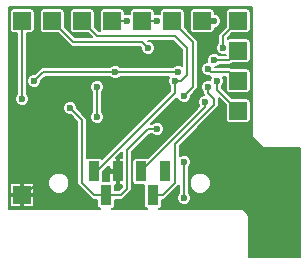
<source format=gbr>
G04 #@! TF.FileFunction,Copper,L1,Top,Signal*
%FSLAX46Y46*%
G04 Gerber Fmt 4.6, Leading zero omitted, Abs format (unit mm)*
G04 Created by KiCad (PCBNEW 4.0.7) date 04/27/18 14:22:45*
%MOMM*%
%LPD*%
G01*
G04 APERTURE LIST*
%ADD10C,0.150000*%
%ADD11R,0.900000X1.700000*%
%ADD12R,1.500000X1.500000*%
%ADD13C,0.600000*%
%ADD14C,0.200000*%
G04 APERTURE END LIST*
D10*
D11*
X115824000Y-124492000D03*
X116824000Y-126492000D03*
X117824000Y-124492000D03*
X119824000Y-124492000D03*
X120824000Y-126492000D03*
X121824000Y-124492000D03*
D12*
X109728000Y-111760000D03*
X114808000Y-111760000D03*
X119888000Y-111760000D03*
X124968000Y-111760000D03*
X128016000Y-119380000D03*
X112268000Y-111760000D03*
X128016000Y-116840000D03*
X128016000Y-111760000D03*
X128016000Y-114300000D03*
X117348000Y-111760000D03*
X122428000Y-111760000D03*
X109728000Y-126492000D03*
D13*
X113792000Y-119126000D03*
X121158000Y-120904000D03*
X110998000Y-125476000D03*
X117094000Y-124460000D03*
X122682000Y-126492000D03*
X123444000Y-123698000D03*
X123444000Y-126746000D03*
X109728000Y-118364000D03*
X122682000Y-116840000D03*
X121158000Y-111760000D03*
X125984000Y-111760000D03*
X126238000Y-116840000D03*
X120396000Y-114046000D03*
X125476000Y-115824000D03*
X126746000Y-114046000D03*
X125984000Y-115062000D03*
X118618000Y-111760000D03*
X123444000Y-118110000D03*
X125222000Y-118618000D03*
X125476000Y-117348000D03*
X110744000Y-116840000D03*
X117602000Y-116078000D03*
X122936000Y-116078000D03*
X116078000Y-119888000D03*
X116078000Y-117348000D03*
D14*
X116824000Y-126492000D02*
X115824000Y-126492000D01*
X114808000Y-120142000D02*
X113792000Y-119126000D01*
X114808000Y-125476000D02*
X114808000Y-120142000D01*
X115824000Y-126492000D02*
X114808000Y-125476000D01*
X118110000Y-126492000D02*
X116824000Y-126492000D01*
X118618000Y-125984000D02*
X118110000Y-126492000D01*
X118618000Y-122682000D02*
X118618000Y-125984000D01*
X120396000Y-120904000D02*
X118618000Y-122682000D01*
X121158000Y-120904000D02*
X120396000Y-120904000D01*
X109728000Y-126492000D02*
X109982000Y-126492000D01*
X109982000Y-126492000D02*
X110998000Y-125476000D01*
X117824000Y-124492000D02*
X117126000Y-124492000D01*
X117126000Y-124492000D02*
X117094000Y-124460000D01*
X123444000Y-126746000D02*
X123444000Y-123698000D01*
X109728000Y-118364000D02*
X109728000Y-111760000D01*
X122682000Y-116840000D02*
X123190000Y-116840000D01*
X116078000Y-113030000D02*
X114808000Y-111760000D01*
X122682000Y-113030000D02*
X116078000Y-113030000D01*
X123698000Y-114046000D02*
X122682000Y-113030000D01*
X123698000Y-116332000D02*
X123698000Y-114046000D01*
X123190000Y-116840000D02*
X123698000Y-116332000D01*
X115824000Y-124492000D02*
X116046000Y-124492000D01*
X116046000Y-124492000D02*
X122682000Y-117856000D01*
X122682000Y-117856000D02*
X122682000Y-116840000D01*
X121158000Y-111760000D02*
X119888000Y-111760000D01*
X125984000Y-111760000D02*
X124968000Y-111760000D01*
X126238000Y-117602000D02*
X128016000Y-119380000D01*
X126238000Y-116840000D02*
X126238000Y-117602000D01*
X114046000Y-113538000D02*
X112268000Y-111760000D01*
X119888000Y-113538000D02*
X114046000Y-113538000D01*
X120396000Y-114046000D02*
X119888000Y-113538000D01*
X127254000Y-116078000D02*
X128016000Y-116840000D01*
X125730000Y-116078000D02*
X127254000Y-116078000D01*
X125476000Y-115824000D02*
X125730000Y-116078000D01*
X128016000Y-111760000D02*
X126746000Y-113030000D01*
X126746000Y-113030000D02*
X126746000Y-114046000D01*
X127254000Y-115062000D02*
X128016000Y-114300000D01*
X125984000Y-115062000D02*
X127254000Y-115062000D01*
X118618000Y-111760000D02*
X117348000Y-111760000D01*
X123698000Y-113030000D02*
X124206000Y-113538000D01*
X122428000Y-111760000D02*
X123698000Y-113030000D01*
X124206000Y-117348000D02*
X123444000Y-118110000D01*
X124206000Y-113538000D02*
X124206000Y-117348000D01*
X119824000Y-124466312D02*
X124714000Y-119576312D01*
X125222000Y-119068312D02*
X124714000Y-119576312D01*
X125222000Y-118618000D02*
X125222000Y-119068312D01*
X119824000Y-124492000D02*
X119824000Y-124466312D01*
X119824000Y-124492000D02*
X119824000Y-124270000D01*
X125476000Y-119380000D02*
X125984000Y-118872000D01*
X121666000Y-126492000D02*
X120824000Y-126492000D01*
X122682000Y-125476000D02*
X122682000Y-122174000D01*
X121666000Y-126492000D02*
X122682000Y-125476000D01*
X122682000Y-122174000D02*
X125476000Y-119380000D01*
X125476000Y-117856000D02*
X125476000Y-117348000D01*
X125984000Y-118364000D02*
X125476000Y-117856000D01*
X125984000Y-118872000D02*
X125984000Y-118364000D01*
X117602000Y-116078000D02*
X111506000Y-116078000D01*
X111506000Y-116078000D02*
X110744000Y-116840000D01*
X122936000Y-116078000D02*
X117602000Y-116078000D01*
X116078000Y-117348000D02*
X116078000Y-119888000D01*
G36*
X129165000Y-121412000D02*
X129193545Y-121555507D01*
X129274835Y-121677165D01*
X130036835Y-122439165D01*
X130158494Y-122520455D01*
X130302000Y-122549000D01*
X133229000Y-122549000D01*
X133229000Y-131705000D01*
X128899000Y-131705000D01*
X128899000Y-128270000D01*
X128877022Y-128159507D01*
X128870455Y-128126493D01*
X128789165Y-128004835D01*
X128535165Y-127750835D01*
X128413507Y-127669545D01*
X128270000Y-127641000D01*
X121310547Y-127641000D01*
X121385173Y-127626958D01*
X121487279Y-127561255D01*
X121555778Y-127461003D01*
X121579877Y-127342000D01*
X121579877Y-126892000D01*
X121666000Y-126892000D01*
X121819074Y-126861552D01*
X121948843Y-126774843D01*
X122964843Y-125758843D01*
X123044000Y-125640376D01*
X123044000Y-126297513D01*
X122935641Y-126405683D01*
X122844104Y-126626129D01*
X122843896Y-126864824D01*
X122935048Y-127085429D01*
X123103683Y-127254359D01*
X123324129Y-127345896D01*
X123562824Y-127346104D01*
X123783429Y-127254952D01*
X123952359Y-127086317D01*
X124043896Y-126865871D01*
X124044104Y-126627176D01*
X123952952Y-126406571D01*
X123844000Y-126297428D01*
X123844000Y-125670236D01*
X123923844Y-125670236D01*
X124060572Y-126001143D01*
X124313525Y-126254538D01*
X124644194Y-126391843D01*
X125002236Y-126392156D01*
X125333143Y-126255428D01*
X125586538Y-126002475D01*
X125723843Y-125671806D01*
X125724156Y-125313764D01*
X125587428Y-124982857D01*
X125334475Y-124729462D01*
X125003806Y-124592157D01*
X124645764Y-124591844D01*
X124314857Y-124728572D01*
X124061462Y-124981525D01*
X123924157Y-125312194D01*
X123923844Y-125670236D01*
X123844000Y-125670236D01*
X123844000Y-124146487D01*
X123952359Y-124038317D01*
X124043896Y-123817871D01*
X124044104Y-123579176D01*
X123952952Y-123358571D01*
X123784317Y-123189641D01*
X123563871Y-123098104D01*
X123325176Y-123097896D01*
X123104571Y-123189048D01*
X123082000Y-123211580D01*
X123082000Y-122339686D01*
X125758840Y-119662845D01*
X125758843Y-119662843D01*
X126266840Y-119154845D01*
X126266843Y-119154843D01*
X126353552Y-119025073D01*
X126384000Y-118872000D01*
X126384000Y-118364000D01*
X126371507Y-118301193D01*
X126960123Y-118889809D01*
X126960123Y-120130000D01*
X126981042Y-120241173D01*
X127046745Y-120343279D01*
X127146997Y-120411778D01*
X127266000Y-120435877D01*
X128766000Y-120435877D01*
X128877173Y-120414958D01*
X128979279Y-120349255D01*
X129047778Y-120249003D01*
X129071877Y-120130000D01*
X129071877Y-118630000D01*
X129050958Y-118518827D01*
X128985255Y-118416721D01*
X128885003Y-118348222D01*
X128766000Y-118324123D01*
X127525809Y-118324123D01*
X126638000Y-117436314D01*
X126638000Y-117288487D01*
X126746359Y-117180317D01*
X126837896Y-116959871D01*
X126838104Y-116721176D01*
X126746952Y-116500571D01*
X126724420Y-116478000D01*
X126960123Y-116478000D01*
X126960123Y-117590000D01*
X126981042Y-117701173D01*
X127046745Y-117803279D01*
X127146997Y-117871778D01*
X127266000Y-117895877D01*
X128766000Y-117895877D01*
X128877173Y-117874958D01*
X128979279Y-117809255D01*
X129047778Y-117709003D01*
X129071877Y-117590000D01*
X129071877Y-116090000D01*
X129050958Y-115978827D01*
X128985255Y-115876721D01*
X128885003Y-115808222D01*
X128766000Y-115784123D01*
X127520329Y-115784123D01*
X127407074Y-115708448D01*
X127254000Y-115678000D01*
X126064875Y-115678000D01*
X126058291Y-115662065D01*
X126102824Y-115662104D01*
X126323429Y-115570952D01*
X126432572Y-115462000D01*
X127254000Y-115462000D01*
X127407074Y-115431552D01*
X127520329Y-115355877D01*
X128766000Y-115355877D01*
X128877173Y-115334958D01*
X128979279Y-115269255D01*
X129047778Y-115169003D01*
X129071877Y-115050000D01*
X129071877Y-113550000D01*
X129050958Y-113438827D01*
X128985255Y-113336721D01*
X128885003Y-113268222D01*
X128766000Y-113244123D01*
X127266000Y-113244123D01*
X127154827Y-113265042D01*
X127146000Y-113270722D01*
X127146000Y-113195686D01*
X127525809Y-112815877D01*
X128766000Y-112815877D01*
X128877173Y-112794958D01*
X128979279Y-112729255D01*
X129047778Y-112629003D01*
X129071877Y-112510000D01*
X129071877Y-111010000D01*
X129050958Y-110898827D01*
X128985255Y-110796721D01*
X128885003Y-110728222D01*
X128766000Y-110704123D01*
X127266000Y-110704123D01*
X127154827Y-110725042D01*
X127052721Y-110790745D01*
X126984222Y-110890997D01*
X126960123Y-111010000D01*
X126960123Y-112250191D01*
X126463157Y-112747157D01*
X126376448Y-112876926D01*
X126376448Y-112876927D01*
X126346000Y-113030000D01*
X126346000Y-113597513D01*
X126237641Y-113705683D01*
X126146104Y-113926129D01*
X126145896Y-114164824D01*
X126237048Y-114385429D01*
X126405683Y-114554359D01*
X126626129Y-114645896D01*
X126864824Y-114646104D01*
X126960123Y-114606727D01*
X126960123Y-114662000D01*
X126432487Y-114662000D01*
X126324317Y-114553641D01*
X126103871Y-114462104D01*
X125865176Y-114461896D01*
X125644571Y-114553048D01*
X125475641Y-114721683D01*
X125384104Y-114942129D01*
X125383896Y-115180824D01*
X125401709Y-115223935D01*
X125357176Y-115223896D01*
X125136571Y-115315048D01*
X124967641Y-115483683D01*
X124876104Y-115704129D01*
X124875896Y-115942824D01*
X124967048Y-116163429D01*
X125135683Y-116332359D01*
X125356129Y-116423896D01*
X125541764Y-116424058D01*
X125576926Y-116447552D01*
X125730000Y-116478000D01*
X125751362Y-116478000D01*
X125729641Y-116499683D01*
X125638104Y-116720129D01*
X125638064Y-116765624D01*
X125595871Y-116748104D01*
X125357176Y-116747896D01*
X125136571Y-116839048D01*
X124967641Y-117007683D01*
X124876104Y-117228129D01*
X124875896Y-117466824D01*
X124967048Y-117687429D01*
X125076000Y-117796572D01*
X125076000Y-117856000D01*
X125106448Y-118009074D01*
X125112348Y-118017904D01*
X125103176Y-118017896D01*
X124882571Y-118109048D01*
X124713641Y-118277683D01*
X124622104Y-118498129D01*
X124621896Y-118736824D01*
X124713048Y-118957429D01*
X124740099Y-118984527D01*
X124431157Y-119293469D01*
X124431155Y-119293472D01*
X120369220Y-123355406D01*
X120274000Y-123336123D01*
X119374000Y-123336123D01*
X119262827Y-123357042D01*
X119160721Y-123422745D01*
X119092222Y-123522997D01*
X119068123Y-123642000D01*
X119068123Y-125342000D01*
X119089042Y-125453173D01*
X119154745Y-125555279D01*
X119254997Y-125623778D01*
X119374000Y-125647877D01*
X120068123Y-125647877D01*
X120068123Y-127342000D01*
X120089042Y-127453173D01*
X120154745Y-127555279D01*
X120254997Y-127623778D01*
X120340041Y-127641000D01*
X117310547Y-127641000D01*
X117385173Y-127626958D01*
X117487279Y-127561255D01*
X117555778Y-127461003D01*
X117579877Y-127342000D01*
X117579877Y-126892000D01*
X118110000Y-126892000D01*
X118263074Y-126861552D01*
X118392843Y-126774843D01*
X118900840Y-126266845D01*
X118900843Y-126266843D01*
X118987552Y-126137073D01*
X119018000Y-125984000D01*
X119018000Y-122847686D01*
X120561686Y-121304000D01*
X120709513Y-121304000D01*
X120817683Y-121412359D01*
X121038129Y-121503896D01*
X121276824Y-121504104D01*
X121497429Y-121412952D01*
X121666359Y-121244317D01*
X121757896Y-121023871D01*
X121758104Y-120785176D01*
X121666952Y-120564571D01*
X121498317Y-120395641D01*
X121277871Y-120304104D01*
X121039176Y-120303896D01*
X120818571Y-120395048D01*
X120709428Y-120504000D01*
X120599686Y-120504000D01*
X122852950Y-118250736D01*
X122935048Y-118449429D01*
X123103683Y-118618359D01*
X123324129Y-118709896D01*
X123562824Y-118710104D01*
X123783429Y-118618952D01*
X123952359Y-118450317D01*
X124043896Y-118229871D01*
X124044030Y-118075656D01*
X124488843Y-117630843D01*
X124575552Y-117501074D01*
X124606001Y-117348000D01*
X124606000Y-117347995D01*
X124606000Y-113538000D01*
X124575552Y-113384927D01*
X124488843Y-113255157D01*
X124488840Y-113255155D01*
X123980843Y-112747157D01*
X123483877Y-112250191D01*
X123483877Y-111010000D01*
X123912123Y-111010000D01*
X123912123Y-112510000D01*
X123933042Y-112621173D01*
X123998745Y-112723279D01*
X124098997Y-112791778D01*
X124218000Y-112815877D01*
X125718000Y-112815877D01*
X125829173Y-112794958D01*
X125931279Y-112729255D01*
X125999778Y-112629003D01*
X126023877Y-112510000D01*
X126023877Y-112360035D01*
X126102824Y-112360104D01*
X126323429Y-112268952D01*
X126492359Y-112100317D01*
X126583896Y-111879871D01*
X126584104Y-111641176D01*
X126492952Y-111420571D01*
X126324317Y-111251641D01*
X126103871Y-111160104D01*
X126023877Y-111160034D01*
X126023877Y-111010000D01*
X126002958Y-110898827D01*
X125937255Y-110796721D01*
X125837003Y-110728222D01*
X125718000Y-110704123D01*
X124218000Y-110704123D01*
X124106827Y-110725042D01*
X124004721Y-110790745D01*
X123936222Y-110890997D01*
X123912123Y-111010000D01*
X123483877Y-111010000D01*
X123462958Y-110898827D01*
X123397255Y-110796721D01*
X123297003Y-110728222D01*
X123178000Y-110704123D01*
X121678000Y-110704123D01*
X121566827Y-110725042D01*
X121464721Y-110790745D01*
X121396222Y-110890997D01*
X121372123Y-111010000D01*
X121372123Y-111199241D01*
X121277871Y-111160104D01*
X121039176Y-111159896D01*
X120943877Y-111199273D01*
X120943877Y-111010000D01*
X120922958Y-110898827D01*
X120857255Y-110796721D01*
X120757003Y-110728222D01*
X120638000Y-110704123D01*
X119138000Y-110704123D01*
X119026827Y-110725042D01*
X118924721Y-110790745D01*
X118856222Y-110890997D01*
X118832123Y-111010000D01*
X118832123Y-111199241D01*
X118737871Y-111160104D01*
X118499176Y-111159896D01*
X118403877Y-111199273D01*
X118403877Y-111010000D01*
X118382958Y-110898827D01*
X118317255Y-110796721D01*
X118217003Y-110728222D01*
X118098000Y-110704123D01*
X116598000Y-110704123D01*
X116486827Y-110725042D01*
X116384721Y-110790745D01*
X116316222Y-110890997D01*
X116292123Y-111010000D01*
X116292123Y-112510000D01*
X116313042Y-112621173D01*
X116318722Y-112630000D01*
X116243686Y-112630000D01*
X115863877Y-112250191D01*
X115863877Y-111010000D01*
X115842958Y-110898827D01*
X115777255Y-110796721D01*
X115677003Y-110728222D01*
X115558000Y-110704123D01*
X114058000Y-110704123D01*
X113946827Y-110725042D01*
X113844721Y-110790745D01*
X113776222Y-110890997D01*
X113752123Y-111010000D01*
X113752123Y-112510000D01*
X113773042Y-112621173D01*
X113838745Y-112723279D01*
X113938997Y-112791778D01*
X114058000Y-112815877D01*
X115298191Y-112815877D01*
X115620314Y-113138000D01*
X114211686Y-113138000D01*
X113323877Y-112250191D01*
X113323877Y-111010000D01*
X113302958Y-110898827D01*
X113237255Y-110796721D01*
X113137003Y-110728222D01*
X113018000Y-110704123D01*
X111518000Y-110704123D01*
X111406827Y-110725042D01*
X111304721Y-110790745D01*
X111236222Y-110890997D01*
X111212123Y-111010000D01*
X111212123Y-112510000D01*
X111233042Y-112621173D01*
X111298745Y-112723279D01*
X111398997Y-112791778D01*
X111518000Y-112815877D01*
X112758191Y-112815877D01*
X113763157Y-113820843D01*
X113892926Y-113907552D01*
X114046000Y-113938001D01*
X114046005Y-113938000D01*
X119722314Y-113938000D01*
X119796029Y-114011715D01*
X119795896Y-114164824D01*
X119887048Y-114385429D01*
X120055683Y-114554359D01*
X120276129Y-114645896D01*
X120514824Y-114646104D01*
X120735429Y-114554952D01*
X120904359Y-114386317D01*
X120995896Y-114165871D01*
X120996104Y-113927176D01*
X120904952Y-113706571D01*
X120736317Y-113537641D01*
X120515871Y-113446104D01*
X120361655Y-113445970D01*
X120345686Y-113430000D01*
X122516314Y-113430000D01*
X123298000Y-114211686D01*
X123298000Y-115591362D01*
X123276317Y-115569641D01*
X123055871Y-115478104D01*
X122817176Y-115477896D01*
X122596571Y-115569048D01*
X122487428Y-115678000D01*
X118050487Y-115678000D01*
X117942317Y-115569641D01*
X117721871Y-115478104D01*
X117483176Y-115477896D01*
X117262571Y-115569048D01*
X117153428Y-115678000D01*
X111506005Y-115678000D01*
X111506000Y-115677999D01*
X111352926Y-115708448D01*
X111223157Y-115795157D01*
X110778285Y-116240029D01*
X110625176Y-116239896D01*
X110404571Y-116331048D01*
X110235641Y-116499683D01*
X110144104Y-116720129D01*
X110143896Y-116958824D01*
X110235048Y-117179429D01*
X110403683Y-117348359D01*
X110624129Y-117439896D01*
X110862824Y-117440104D01*
X111083429Y-117348952D01*
X111252359Y-117180317D01*
X111343896Y-116959871D01*
X111344030Y-116805656D01*
X111671686Y-116478000D01*
X117153513Y-116478000D01*
X117261683Y-116586359D01*
X117482129Y-116677896D01*
X117720824Y-116678104D01*
X117941429Y-116586952D01*
X118050572Y-116478000D01*
X122195362Y-116478000D01*
X122173641Y-116499683D01*
X122082104Y-116720129D01*
X122081896Y-116958824D01*
X122173048Y-117179429D01*
X122282000Y-117288572D01*
X122282000Y-117690314D01*
X116512964Y-123459350D01*
X116493255Y-123428721D01*
X116393003Y-123360222D01*
X116274000Y-123336123D01*
X115374000Y-123336123D01*
X115262827Y-123357042D01*
X115208000Y-123392322D01*
X115208000Y-120142000D01*
X115205613Y-120130000D01*
X115177552Y-119988926D01*
X115090843Y-119859157D01*
X114391971Y-119160285D01*
X114392104Y-119007176D01*
X114300952Y-118786571D01*
X114132317Y-118617641D01*
X113911871Y-118526104D01*
X113673176Y-118525896D01*
X113452571Y-118617048D01*
X113283641Y-118785683D01*
X113192104Y-119006129D01*
X113191896Y-119244824D01*
X113283048Y-119465429D01*
X113451683Y-119634359D01*
X113672129Y-119725896D01*
X113826344Y-119726030D01*
X114408000Y-120307686D01*
X114408000Y-125476000D01*
X114438448Y-125629074D01*
X114525157Y-125758843D01*
X115541157Y-126774843D01*
X115670926Y-126861552D01*
X115824000Y-126892000D01*
X116068123Y-126892000D01*
X116068123Y-127342000D01*
X116089042Y-127453173D01*
X116154745Y-127555279D01*
X116254997Y-127623778D01*
X116340041Y-127641000D01*
X108579000Y-127641000D01*
X108579000Y-126667000D01*
X108678000Y-126667000D01*
X108678000Y-127301673D01*
X108723672Y-127411936D01*
X108808063Y-127496328D01*
X108918326Y-127542000D01*
X109553000Y-127542000D01*
X109628000Y-127467000D01*
X109628000Y-126592000D01*
X109828000Y-126592000D01*
X109828000Y-127467000D01*
X109903000Y-127542000D01*
X110537674Y-127542000D01*
X110647937Y-127496328D01*
X110732328Y-127411936D01*
X110778000Y-127301673D01*
X110778000Y-126667000D01*
X110703000Y-126592000D01*
X109828000Y-126592000D01*
X109628000Y-126592000D01*
X108753000Y-126592000D01*
X108678000Y-126667000D01*
X108579000Y-126667000D01*
X108579000Y-125682327D01*
X108678000Y-125682327D01*
X108678000Y-126317000D01*
X108753000Y-126392000D01*
X109628000Y-126392000D01*
X109628000Y-125517000D01*
X109828000Y-125517000D01*
X109828000Y-126392000D01*
X110703000Y-126392000D01*
X110778000Y-126317000D01*
X110778000Y-125682327D01*
X110772992Y-125670236D01*
X111923844Y-125670236D01*
X112060572Y-126001143D01*
X112313525Y-126254538D01*
X112644194Y-126391843D01*
X113002236Y-126392156D01*
X113333143Y-126255428D01*
X113586538Y-126002475D01*
X113723843Y-125671806D01*
X113724156Y-125313764D01*
X113587428Y-124982857D01*
X113334475Y-124729462D01*
X113003806Y-124592157D01*
X112645764Y-124591844D01*
X112314857Y-124728572D01*
X112061462Y-124981525D01*
X111924157Y-125312194D01*
X111923844Y-125670236D01*
X110772992Y-125670236D01*
X110732328Y-125572064D01*
X110647937Y-125487672D01*
X110537674Y-125442000D01*
X109903000Y-125442000D01*
X109828000Y-125517000D01*
X109628000Y-125517000D01*
X109553000Y-125442000D01*
X108918326Y-125442000D01*
X108808063Y-125487672D01*
X108723672Y-125572064D01*
X108678000Y-125682327D01*
X108579000Y-125682327D01*
X108579000Y-111010000D01*
X108672123Y-111010000D01*
X108672123Y-112510000D01*
X108693042Y-112621173D01*
X108758745Y-112723279D01*
X108858997Y-112791778D01*
X108978000Y-112815877D01*
X109328000Y-112815877D01*
X109328000Y-117915513D01*
X109219641Y-118023683D01*
X109128104Y-118244129D01*
X109127896Y-118482824D01*
X109219048Y-118703429D01*
X109387683Y-118872359D01*
X109608129Y-118963896D01*
X109846824Y-118964104D01*
X110067429Y-118872952D01*
X110236359Y-118704317D01*
X110327896Y-118483871D01*
X110328104Y-118245176D01*
X110236952Y-118024571D01*
X110128000Y-117915428D01*
X110128000Y-117466824D01*
X115477896Y-117466824D01*
X115569048Y-117687429D01*
X115678000Y-117796572D01*
X115678000Y-119439513D01*
X115569641Y-119547683D01*
X115478104Y-119768129D01*
X115477896Y-120006824D01*
X115569048Y-120227429D01*
X115737683Y-120396359D01*
X115958129Y-120487896D01*
X116196824Y-120488104D01*
X116417429Y-120396952D01*
X116586359Y-120228317D01*
X116677896Y-120007871D01*
X116678104Y-119769176D01*
X116586952Y-119548571D01*
X116478000Y-119439428D01*
X116478000Y-117796487D01*
X116586359Y-117688317D01*
X116677896Y-117467871D01*
X116678104Y-117229176D01*
X116586952Y-117008571D01*
X116418317Y-116839641D01*
X116197871Y-116748104D01*
X115959176Y-116747896D01*
X115738571Y-116839048D01*
X115569641Y-117007683D01*
X115478104Y-117228129D01*
X115477896Y-117466824D01*
X110128000Y-117466824D01*
X110128000Y-112815877D01*
X110478000Y-112815877D01*
X110589173Y-112794958D01*
X110691279Y-112729255D01*
X110759778Y-112629003D01*
X110783877Y-112510000D01*
X110783877Y-111010000D01*
X110762958Y-110898827D01*
X110697255Y-110796721D01*
X110597003Y-110728222D01*
X110478000Y-110704123D01*
X108978000Y-110704123D01*
X108866827Y-110725042D01*
X108764721Y-110790745D01*
X108696222Y-110890997D01*
X108672123Y-111010000D01*
X108579000Y-111010000D01*
X108579000Y-110611000D01*
X129165000Y-110611000D01*
X129165000Y-121412000D01*
X129165000Y-121412000D01*
G37*
X129165000Y-121412000D02*
X129193545Y-121555507D01*
X129274835Y-121677165D01*
X130036835Y-122439165D01*
X130158494Y-122520455D01*
X130302000Y-122549000D01*
X133229000Y-122549000D01*
X133229000Y-131705000D01*
X128899000Y-131705000D01*
X128899000Y-128270000D01*
X128877022Y-128159507D01*
X128870455Y-128126493D01*
X128789165Y-128004835D01*
X128535165Y-127750835D01*
X128413507Y-127669545D01*
X128270000Y-127641000D01*
X121310547Y-127641000D01*
X121385173Y-127626958D01*
X121487279Y-127561255D01*
X121555778Y-127461003D01*
X121579877Y-127342000D01*
X121579877Y-126892000D01*
X121666000Y-126892000D01*
X121819074Y-126861552D01*
X121948843Y-126774843D01*
X122964843Y-125758843D01*
X123044000Y-125640376D01*
X123044000Y-126297513D01*
X122935641Y-126405683D01*
X122844104Y-126626129D01*
X122843896Y-126864824D01*
X122935048Y-127085429D01*
X123103683Y-127254359D01*
X123324129Y-127345896D01*
X123562824Y-127346104D01*
X123783429Y-127254952D01*
X123952359Y-127086317D01*
X124043896Y-126865871D01*
X124044104Y-126627176D01*
X123952952Y-126406571D01*
X123844000Y-126297428D01*
X123844000Y-125670236D01*
X123923844Y-125670236D01*
X124060572Y-126001143D01*
X124313525Y-126254538D01*
X124644194Y-126391843D01*
X125002236Y-126392156D01*
X125333143Y-126255428D01*
X125586538Y-126002475D01*
X125723843Y-125671806D01*
X125724156Y-125313764D01*
X125587428Y-124982857D01*
X125334475Y-124729462D01*
X125003806Y-124592157D01*
X124645764Y-124591844D01*
X124314857Y-124728572D01*
X124061462Y-124981525D01*
X123924157Y-125312194D01*
X123923844Y-125670236D01*
X123844000Y-125670236D01*
X123844000Y-124146487D01*
X123952359Y-124038317D01*
X124043896Y-123817871D01*
X124044104Y-123579176D01*
X123952952Y-123358571D01*
X123784317Y-123189641D01*
X123563871Y-123098104D01*
X123325176Y-123097896D01*
X123104571Y-123189048D01*
X123082000Y-123211580D01*
X123082000Y-122339686D01*
X125758840Y-119662845D01*
X125758843Y-119662843D01*
X126266840Y-119154845D01*
X126266843Y-119154843D01*
X126353552Y-119025073D01*
X126384000Y-118872000D01*
X126384000Y-118364000D01*
X126371507Y-118301193D01*
X126960123Y-118889809D01*
X126960123Y-120130000D01*
X126981042Y-120241173D01*
X127046745Y-120343279D01*
X127146997Y-120411778D01*
X127266000Y-120435877D01*
X128766000Y-120435877D01*
X128877173Y-120414958D01*
X128979279Y-120349255D01*
X129047778Y-120249003D01*
X129071877Y-120130000D01*
X129071877Y-118630000D01*
X129050958Y-118518827D01*
X128985255Y-118416721D01*
X128885003Y-118348222D01*
X128766000Y-118324123D01*
X127525809Y-118324123D01*
X126638000Y-117436314D01*
X126638000Y-117288487D01*
X126746359Y-117180317D01*
X126837896Y-116959871D01*
X126838104Y-116721176D01*
X126746952Y-116500571D01*
X126724420Y-116478000D01*
X126960123Y-116478000D01*
X126960123Y-117590000D01*
X126981042Y-117701173D01*
X127046745Y-117803279D01*
X127146997Y-117871778D01*
X127266000Y-117895877D01*
X128766000Y-117895877D01*
X128877173Y-117874958D01*
X128979279Y-117809255D01*
X129047778Y-117709003D01*
X129071877Y-117590000D01*
X129071877Y-116090000D01*
X129050958Y-115978827D01*
X128985255Y-115876721D01*
X128885003Y-115808222D01*
X128766000Y-115784123D01*
X127520329Y-115784123D01*
X127407074Y-115708448D01*
X127254000Y-115678000D01*
X126064875Y-115678000D01*
X126058291Y-115662065D01*
X126102824Y-115662104D01*
X126323429Y-115570952D01*
X126432572Y-115462000D01*
X127254000Y-115462000D01*
X127407074Y-115431552D01*
X127520329Y-115355877D01*
X128766000Y-115355877D01*
X128877173Y-115334958D01*
X128979279Y-115269255D01*
X129047778Y-115169003D01*
X129071877Y-115050000D01*
X129071877Y-113550000D01*
X129050958Y-113438827D01*
X128985255Y-113336721D01*
X128885003Y-113268222D01*
X128766000Y-113244123D01*
X127266000Y-113244123D01*
X127154827Y-113265042D01*
X127146000Y-113270722D01*
X127146000Y-113195686D01*
X127525809Y-112815877D01*
X128766000Y-112815877D01*
X128877173Y-112794958D01*
X128979279Y-112729255D01*
X129047778Y-112629003D01*
X129071877Y-112510000D01*
X129071877Y-111010000D01*
X129050958Y-110898827D01*
X128985255Y-110796721D01*
X128885003Y-110728222D01*
X128766000Y-110704123D01*
X127266000Y-110704123D01*
X127154827Y-110725042D01*
X127052721Y-110790745D01*
X126984222Y-110890997D01*
X126960123Y-111010000D01*
X126960123Y-112250191D01*
X126463157Y-112747157D01*
X126376448Y-112876926D01*
X126376448Y-112876927D01*
X126346000Y-113030000D01*
X126346000Y-113597513D01*
X126237641Y-113705683D01*
X126146104Y-113926129D01*
X126145896Y-114164824D01*
X126237048Y-114385429D01*
X126405683Y-114554359D01*
X126626129Y-114645896D01*
X126864824Y-114646104D01*
X126960123Y-114606727D01*
X126960123Y-114662000D01*
X126432487Y-114662000D01*
X126324317Y-114553641D01*
X126103871Y-114462104D01*
X125865176Y-114461896D01*
X125644571Y-114553048D01*
X125475641Y-114721683D01*
X125384104Y-114942129D01*
X125383896Y-115180824D01*
X125401709Y-115223935D01*
X125357176Y-115223896D01*
X125136571Y-115315048D01*
X124967641Y-115483683D01*
X124876104Y-115704129D01*
X124875896Y-115942824D01*
X124967048Y-116163429D01*
X125135683Y-116332359D01*
X125356129Y-116423896D01*
X125541764Y-116424058D01*
X125576926Y-116447552D01*
X125730000Y-116478000D01*
X125751362Y-116478000D01*
X125729641Y-116499683D01*
X125638104Y-116720129D01*
X125638064Y-116765624D01*
X125595871Y-116748104D01*
X125357176Y-116747896D01*
X125136571Y-116839048D01*
X124967641Y-117007683D01*
X124876104Y-117228129D01*
X124875896Y-117466824D01*
X124967048Y-117687429D01*
X125076000Y-117796572D01*
X125076000Y-117856000D01*
X125106448Y-118009074D01*
X125112348Y-118017904D01*
X125103176Y-118017896D01*
X124882571Y-118109048D01*
X124713641Y-118277683D01*
X124622104Y-118498129D01*
X124621896Y-118736824D01*
X124713048Y-118957429D01*
X124740099Y-118984527D01*
X124431157Y-119293469D01*
X124431155Y-119293472D01*
X120369220Y-123355406D01*
X120274000Y-123336123D01*
X119374000Y-123336123D01*
X119262827Y-123357042D01*
X119160721Y-123422745D01*
X119092222Y-123522997D01*
X119068123Y-123642000D01*
X119068123Y-125342000D01*
X119089042Y-125453173D01*
X119154745Y-125555279D01*
X119254997Y-125623778D01*
X119374000Y-125647877D01*
X120068123Y-125647877D01*
X120068123Y-127342000D01*
X120089042Y-127453173D01*
X120154745Y-127555279D01*
X120254997Y-127623778D01*
X120340041Y-127641000D01*
X117310547Y-127641000D01*
X117385173Y-127626958D01*
X117487279Y-127561255D01*
X117555778Y-127461003D01*
X117579877Y-127342000D01*
X117579877Y-126892000D01*
X118110000Y-126892000D01*
X118263074Y-126861552D01*
X118392843Y-126774843D01*
X118900840Y-126266845D01*
X118900843Y-126266843D01*
X118987552Y-126137073D01*
X119018000Y-125984000D01*
X119018000Y-122847686D01*
X120561686Y-121304000D01*
X120709513Y-121304000D01*
X120817683Y-121412359D01*
X121038129Y-121503896D01*
X121276824Y-121504104D01*
X121497429Y-121412952D01*
X121666359Y-121244317D01*
X121757896Y-121023871D01*
X121758104Y-120785176D01*
X121666952Y-120564571D01*
X121498317Y-120395641D01*
X121277871Y-120304104D01*
X121039176Y-120303896D01*
X120818571Y-120395048D01*
X120709428Y-120504000D01*
X120599686Y-120504000D01*
X122852950Y-118250736D01*
X122935048Y-118449429D01*
X123103683Y-118618359D01*
X123324129Y-118709896D01*
X123562824Y-118710104D01*
X123783429Y-118618952D01*
X123952359Y-118450317D01*
X124043896Y-118229871D01*
X124044030Y-118075656D01*
X124488843Y-117630843D01*
X124575552Y-117501074D01*
X124606001Y-117348000D01*
X124606000Y-117347995D01*
X124606000Y-113538000D01*
X124575552Y-113384927D01*
X124488843Y-113255157D01*
X124488840Y-113255155D01*
X123980843Y-112747157D01*
X123483877Y-112250191D01*
X123483877Y-111010000D01*
X123912123Y-111010000D01*
X123912123Y-112510000D01*
X123933042Y-112621173D01*
X123998745Y-112723279D01*
X124098997Y-112791778D01*
X124218000Y-112815877D01*
X125718000Y-112815877D01*
X125829173Y-112794958D01*
X125931279Y-112729255D01*
X125999778Y-112629003D01*
X126023877Y-112510000D01*
X126023877Y-112360035D01*
X126102824Y-112360104D01*
X126323429Y-112268952D01*
X126492359Y-112100317D01*
X126583896Y-111879871D01*
X126584104Y-111641176D01*
X126492952Y-111420571D01*
X126324317Y-111251641D01*
X126103871Y-111160104D01*
X126023877Y-111160034D01*
X126023877Y-111010000D01*
X126002958Y-110898827D01*
X125937255Y-110796721D01*
X125837003Y-110728222D01*
X125718000Y-110704123D01*
X124218000Y-110704123D01*
X124106827Y-110725042D01*
X124004721Y-110790745D01*
X123936222Y-110890997D01*
X123912123Y-111010000D01*
X123483877Y-111010000D01*
X123462958Y-110898827D01*
X123397255Y-110796721D01*
X123297003Y-110728222D01*
X123178000Y-110704123D01*
X121678000Y-110704123D01*
X121566827Y-110725042D01*
X121464721Y-110790745D01*
X121396222Y-110890997D01*
X121372123Y-111010000D01*
X121372123Y-111199241D01*
X121277871Y-111160104D01*
X121039176Y-111159896D01*
X120943877Y-111199273D01*
X120943877Y-111010000D01*
X120922958Y-110898827D01*
X120857255Y-110796721D01*
X120757003Y-110728222D01*
X120638000Y-110704123D01*
X119138000Y-110704123D01*
X119026827Y-110725042D01*
X118924721Y-110790745D01*
X118856222Y-110890997D01*
X118832123Y-111010000D01*
X118832123Y-111199241D01*
X118737871Y-111160104D01*
X118499176Y-111159896D01*
X118403877Y-111199273D01*
X118403877Y-111010000D01*
X118382958Y-110898827D01*
X118317255Y-110796721D01*
X118217003Y-110728222D01*
X118098000Y-110704123D01*
X116598000Y-110704123D01*
X116486827Y-110725042D01*
X116384721Y-110790745D01*
X116316222Y-110890997D01*
X116292123Y-111010000D01*
X116292123Y-112510000D01*
X116313042Y-112621173D01*
X116318722Y-112630000D01*
X116243686Y-112630000D01*
X115863877Y-112250191D01*
X115863877Y-111010000D01*
X115842958Y-110898827D01*
X115777255Y-110796721D01*
X115677003Y-110728222D01*
X115558000Y-110704123D01*
X114058000Y-110704123D01*
X113946827Y-110725042D01*
X113844721Y-110790745D01*
X113776222Y-110890997D01*
X113752123Y-111010000D01*
X113752123Y-112510000D01*
X113773042Y-112621173D01*
X113838745Y-112723279D01*
X113938997Y-112791778D01*
X114058000Y-112815877D01*
X115298191Y-112815877D01*
X115620314Y-113138000D01*
X114211686Y-113138000D01*
X113323877Y-112250191D01*
X113323877Y-111010000D01*
X113302958Y-110898827D01*
X113237255Y-110796721D01*
X113137003Y-110728222D01*
X113018000Y-110704123D01*
X111518000Y-110704123D01*
X111406827Y-110725042D01*
X111304721Y-110790745D01*
X111236222Y-110890997D01*
X111212123Y-111010000D01*
X111212123Y-112510000D01*
X111233042Y-112621173D01*
X111298745Y-112723279D01*
X111398997Y-112791778D01*
X111518000Y-112815877D01*
X112758191Y-112815877D01*
X113763157Y-113820843D01*
X113892926Y-113907552D01*
X114046000Y-113938001D01*
X114046005Y-113938000D01*
X119722314Y-113938000D01*
X119796029Y-114011715D01*
X119795896Y-114164824D01*
X119887048Y-114385429D01*
X120055683Y-114554359D01*
X120276129Y-114645896D01*
X120514824Y-114646104D01*
X120735429Y-114554952D01*
X120904359Y-114386317D01*
X120995896Y-114165871D01*
X120996104Y-113927176D01*
X120904952Y-113706571D01*
X120736317Y-113537641D01*
X120515871Y-113446104D01*
X120361655Y-113445970D01*
X120345686Y-113430000D01*
X122516314Y-113430000D01*
X123298000Y-114211686D01*
X123298000Y-115591362D01*
X123276317Y-115569641D01*
X123055871Y-115478104D01*
X122817176Y-115477896D01*
X122596571Y-115569048D01*
X122487428Y-115678000D01*
X118050487Y-115678000D01*
X117942317Y-115569641D01*
X117721871Y-115478104D01*
X117483176Y-115477896D01*
X117262571Y-115569048D01*
X117153428Y-115678000D01*
X111506005Y-115678000D01*
X111506000Y-115677999D01*
X111352926Y-115708448D01*
X111223157Y-115795157D01*
X110778285Y-116240029D01*
X110625176Y-116239896D01*
X110404571Y-116331048D01*
X110235641Y-116499683D01*
X110144104Y-116720129D01*
X110143896Y-116958824D01*
X110235048Y-117179429D01*
X110403683Y-117348359D01*
X110624129Y-117439896D01*
X110862824Y-117440104D01*
X111083429Y-117348952D01*
X111252359Y-117180317D01*
X111343896Y-116959871D01*
X111344030Y-116805656D01*
X111671686Y-116478000D01*
X117153513Y-116478000D01*
X117261683Y-116586359D01*
X117482129Y-116677896D01*
X117720824Y-116678104D01*
X117941429Y-116586952D01*
X118050572Y-116478000D01*
X122195362Y-116478000D01*
X122173641Y-116499683D01*
X122082104Y-116720129D01*
X122081896Y-116958824D01*
X122173048Y-117179429D01*
X122282000Y-117288572D01*
X122282000Y-117690314D01*
X116512964Y-123459350D01*
X116493255Y-123428721D01*
X116393003Y-123360222D01*
X116274000Y-123336123D01*
X115374000Y-123336123D01*
X115262827Y-123357042D01*
X115208000Y-123392322D01*
X115208000Y-120142000D01*
X115205613Y-120130000D01*
X115177552Y-119988926D01*
X115090843Y-119859157D01*
X114391971Y-119160285D01*
X114392104Y-119007176D01*
X114300952Y-118786571D01*
X114132317Y-118617641D01*
X113911871Y-118526104D01*
X113673176Y-118525896D01*
X113452571Y-118617048D01*
X113283641Y-118785683D01*
X113192104Y-119006129D01*
X113191896Y-119244824D01*
X113283048Y-119465429D01*
X113451683Y-119634359D01*
X113672129Y-119725896D01*
X113826344Y-119726030D01*
X114408000Y-120307686D01*
X114408000Y-125476000D01*
X114438448Y-125629074D01*
X114525157Y-125758843D01*
X115541157Y-126774843D01*
X115670926Y-126861552D01*
X115824000Y-126892000D01*
X116068123Y-126892000D01*
X116068123Y-127342000D01*
X116089042Y-127453173D01*
X116154745Y-127555279D01*
X116254997Y-127623778D01*
X116340041Y-127641000D01*
X108579000Y-127641000D01*
X108579000Y-126667000D01*
X108678000Y-126667000D01*
X108678000Y-127301673D01*
X108723672Y-127411936D01*
X108808063Y-127496328D01*
X108918326Y-127542000D01*
X109553000Y-127542000D01*
X109628000Y-127467000D01*
X109628000Y-126592000D01*
X109828000Y-126592000D01*
X109828000Y-127467000D01*
X109903000Y-127542000D01*
X110537674Y-127542000D01*
X110647937Y-127496328D01*
X110732328Y-127411936D01*
X110778000Y-127301673D01*
X110778000Y-126667000D01*
X110703000Y-126592000D01*
X109828000Y-126592000D01*
X109628000Y-126592000D01*
X108753000Y-126592000D01*
X108678000Y-126667000D01*
X108579000Y-126667000D01*
X108579000Y-125682327D01*
X108678000Y-125682327D01*
X108678000Y-126317000D01*
X108753000Y-126392000D01*
X109628000Y-126392000D01*
X109628000Y-125517000D01*
X109828000Y-125517000D01*
X109828000Y-126392000D01*
X110703000Y-126392000D01*
X110778000Y-126317000D01*
X110778000Y-125682327D01*
X110772992Y-125670236D01*
X111923844Y-125670236D01*
X112060572Y-126001143D01*
X112313525Y-126254538D01*
X112644194Y-126391843D01*
X113002236Y-126392156D01*
X113333143Y-126255428D01*
X113586538Y-126002475D01*
X113723843Y-125671806D01*
X113724156Y-125313764D01*
X113587428Y-124982857D01*
X113334475Y-124729462D01*
X113003806Y-124592157D01*
X112645764Y-124591844D01*
X112314857Y-124728572D01*
X112061462Y-124981525D01*
X111924157Y-125312194D01*
X111923844Y-125670236D01*
X110772992Y-125670236D01*
X110732328Y-125572064D01*
X110647937Y-125487672D01*
X110537674Y-125442000D01*
X109903000Y-125442000D01*
X109828000Y-125517000D01*
X109628000Y-125517000D01*
X109553000Y-125442000D01*
X108918326Y-125442000D01*
X108808063Y-125487672D01*
X108723672Y-125572064D01*
X108678000Y-125682327D01*
X108579000Y-125682327D01*
X108579000Y-111010000D01*
X108672123Y-111010000D01*
X108672123Y-112510000D01*
X108693042Y-112621173D01*
X108758745Y-112723279D01*
X108858997Y-112791778D01*
X108978000Y-112815877D01*
X109328000Y-112815877D01*
X109328000Y-117915513D01*
X109219641Y-118023683D01*
X109128104Y-118244129D01*
X109127896Y-118482824D01*
X109219048Y-118703429D01*
X109387683Y-118872359D01*
X109608129Y-118963896D01*
X109846824Y-118964104D01*
X110067429Y-118872952D01*
X110236359Y-118704317D01*
X110327896Y-118483871D01*
X110328104Y-118245176D01*
X110236952Y-118024571D01*
X110128000Y-117915428D01*
X110128000Y-117466824D01*
X115477896Y-117466824D01*
X115569048Y-117687429D01*
X115678000Y-117796572D01*
X115678000Y-119439513D01*
X115569641Y-119547683D01*
X115478104Y-119768129D01*
X115477896Y-120006824D01*
X115569048Y-120227429D01*
X115737683Y-120396359D01*
X115958129Y-120487896D01*
X116196824Y-120488104D01*
X116417429Y-120396952D01*
X116586359Y-120228317D01*
X116677896Y-120007871D01*
X116678104Y-119769176D01*
X116586952Y-119548571D01*
X116478000Y-119439428D01*
X116478000Y-117796487D01*
X116586359Y-117688317D01*
X116677896Y-117467871D01*
X116678104Y-117229176D01*
X116586952Y-117008571D01*
X116418317Y-116839641D01*
X116197871Y-116748104D01*
X115959176Y-116747896D01*
X115738571Y-116839048D01*
X115569641Y-117007683D01*
X115478104Y-117228129D01*
X115477896Y-117466824D01*
X110128000Y-117466824D01*
X110128000Y-112815877D01*
X110478000Y-112815877D01*
X110589173Y-112794958D01*
X110691279Y-112729255D01*
X110759778Y-112629003D01*
X110783877Y-112510000D01*
X110783877Y-111010000D01*
X110762958Y-110898827D01*
X110697255Y-110796721D01*
X110597003Y-110728222D01*
X110478000Y-110704123D01*
X108978000Y-110704123D01*
X108866827Y-110725042D01*
X108764721Y-110790745D01*
X108696222Y-110890997D01*
X108672123Y-111010000D01*
X108579000Y-111010000D01*
X108579000Y-110611000D01*
X129165000Y-110611000D01*
X129165000Y-121412000D01*
G36*
X118218000Y-123342000D02*
X117999000Y-123342000D01*
X117924000Y-123417000D01*
X117924000Y-124392000D01*
X117944000Y-124392000D01*
X117944000Y-124592000D01*
X117924000Y-124592000D01*
X117924000Y-125567000D01*
X117999000Y-125642000D01*
X118218000Y-125642000D01*
X118218000Y-125818315D01*
X117944314Y-126092000D01*
X117579877Y-126092000D01*
X117579877Y-125642000D01*
X117649000Y-125642000D01*
X117724000Y-125567000D01*
X117724000Y-124592000D01*
X117149000Y-124592000D01*
X117074000Y-124667000D01*
X117074000Y-125336123D01*
X116579877Y-125336123D01*
X116579877Y-124523809D01*
X117074000Y-124029686D01*
X117074000Y-124317000D01*
X117149000Y-124392000D01*
X117724000Y-124392000D01*
X117724000Y-123417000D01*
X117705343Y-123398343D01*
X118218000Y-122885686D01*
X118218000Y-123342000D01*
X118218000Y-123342000D01*
G37*
X118218000Y-123342000D02*
X117999000Y-123342000D01*
X117924000Y-123417000D01*
X117924000Y-124392000D01*
X117944000Y-124392000D01*
X117944000Y-124592000D01*
X117924000Y-124592000D01*
X117924000Y-125567000D01*
X117999000Y-125642000D01*
X118218000Y-125642000D01*
X118218000Y-125818315D01*
X117944314Y-126092000D01*
X117579877Y-126092000D01*
X117579877Y-125642000D01*
X117649000Y-125642000D01*
X117724000Y-125567000D01*
X117724000Y-124592000D01*
X117149000Y-124592000D01*
X117074000Y-124667000D01*
X117074000Y-125336123D01*
X116579877Y-125336123D01*
X116579877Y-124523809D01*
X117074000Y-124029686D01*
X117074000Y-124317000D01*
X117149000Y-124392000D01*
X117724000Y-124392000D01*
X117724000Y-123417000D01*
X117705343Y-123398343D01*
X118218000Y-122885686D01*
X118218000Y-123342000D01*
M02*

</source>
